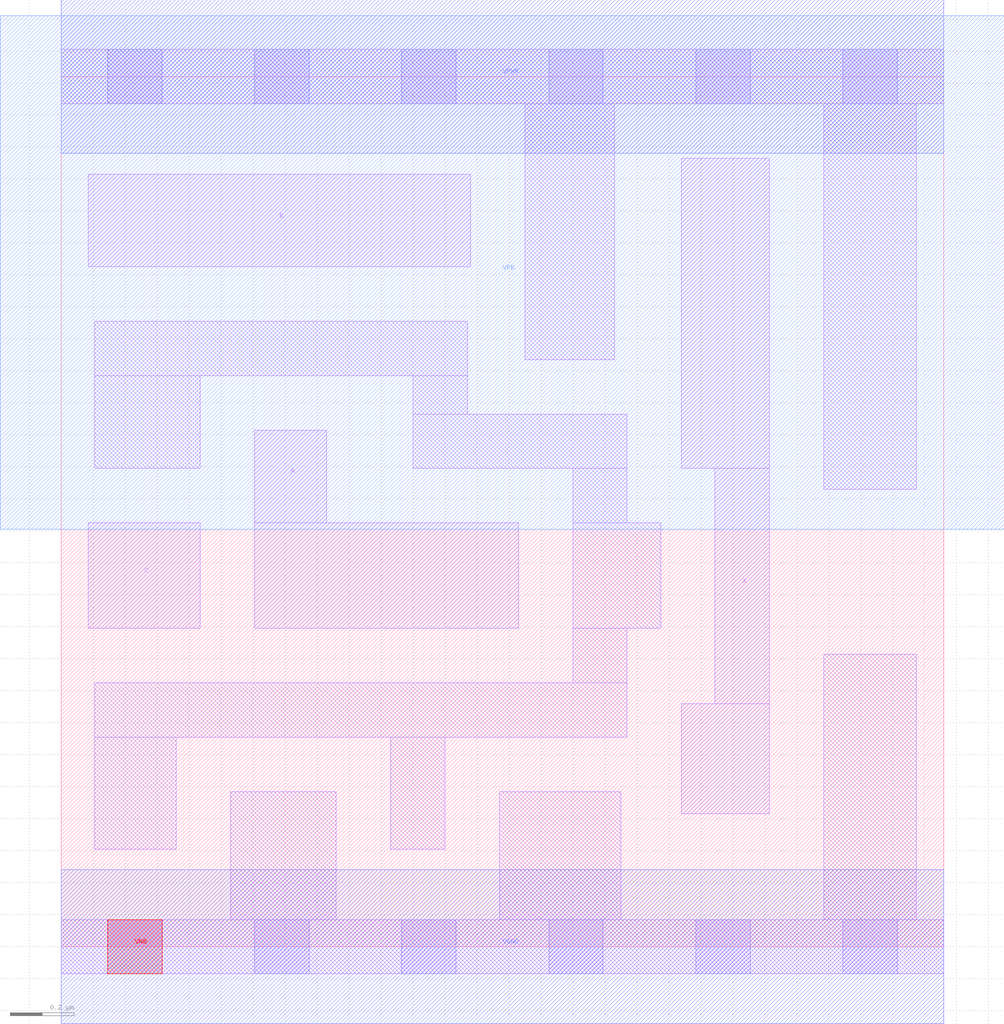
<source format=lef>
# Copyright 2020 The SkyWater PDK Authors
#
# Licensed under the Apache License, Version 2.0 (the "License");
# you may not use this file except in compliance with the License.
# You may obtain a copy of the License at
#
#     https://www.apache.org/licenses/LICENSE-2.0
#
# Unless required by applicable law or agreed to in writing, software
# distributed under the License is distributed on an "AS IS" BASIS,
# WITHOUT WARRANTIES OR CONDITIONS OF ANY KIND, either express or implied.
# See the License for the specific language governing permissions and
# limitations under the License.
#
# SPDX-License-Identifier: Apache-2.0

VERSION 5.7 ;
  NOWIREEXTENSIONATPIN ON ;
  DIVIDERCHAR "/" ;
  BUSBITCHARS "[]" ;
MACRO sky130_fd_sc_hd__or3_2
  CLASS CORE ;
  FOREIGN sky130_fd_sc_hd__or3_2 ;
  ORIGIN  0.000000  0.000000 ;
  SIZE  2.760000 BY  2.720000 ;
  SYMMETRY X Y R90 ;
  SITE unithd ;
  PIN A
    ANTENNAGATEAREA  0.126000 ;
    DIRECTION INPUT ;
    USE SIGNAL ;
    PORT
      LAYER li1 ;
        RECT 0.605000 0.995000 1.430000 1.325000 ;
        RECT 0.605000 1.325000 0.830000 1.615000 ;
    END
  END A
  PIN B
    ANTENNAGATEAREA  0.126000 ;
    DIRECTION INPUT ;
    USE SIGNAL ;
    PORT
      LAYER li1 ;
        RECT 0.085000 2.125000 1.280000 2.415000 ;
    END
  END B
  PIN C
    ANTENNAGATEAREA  0.126000 ;
    DIRECTION INPUT ;
    USE SIGNAL ;
    PORT
      LAYER li1 ;
        RECT 0.085000 0.995000 0.435000 1.325000 ;
    END
  END C
  PIN VNB
    PORT
      LAYER pwell ;
        RECT 0.145000 -0.085000 0.315000 0.085000 ;
    END
  END VNB
  PIN VPB
    PORT
      LAYER nwell ;
        RECT -0.190000 1.305000 2.950000 2.910000 ;
    END
  END VPB
  PIN X
    ANTENNADIFFAREA  0.445500 ;
    DIRECTION OUTPUT ;
    USE SIGNAL ;
    PORT
      LAYER li1 ;
        RECT 1.940000 0.415000 2.215000 0.760000 ;
        RECT 1.940000 1.495000 2.215000 2.465000 ;
        RECT 2.045000 0.760000 2.215000 1.495000 ;
    END
  END X
  PIN VGND
    DIRECTION INOUT ;
    SHAPE ABUTMENT ;
    USE GROUND ;
    PORT
      LAYER met1 ;
        RECT 0.000000 -0.240000 2.760000 0.240000 ;
    END
  END VGND
  PIN VPWR
    DIRECTION INOUT ;
    SHAPE ABUTMENT ;
    USE POWER ;
    PORT
      LAYER met1 ;
        RECT 0.000000 2.480000 2.760000 2.960000 ;
    END
  END VPWR
  OBS
    LAYER li1 ;
      RECT 0.000000 -0.085000 2.760000 0.085000 ;
      RECT 0.000000  2.635000 2.760000 2.805000 ;
      RECT 0.105000  0.305000 0.360000 0.655000 ;
      RECT 0.105000  0.655000 1.770000 0.825000 ;
      RECT 0.105000  1.495000 0.435000 1.785000 ;
      RECT 0.105000  1.785000 1.270000 1.955000 ;
      RECT 0.530000  0.085000 0.860000 0.485000 ;
      RECT 1.030000  0.305000 1.200000 0.655000 ;
      RECT 1.100000  1.495000 1.770000 1.665000 ;
      RECT 1.100000  1.665000 1.270000 1.785000 ;
      RECT 1.370000  0.085000 1.750000 0.485000 ;
      RECT 1.450000  1.835000 1.730000 2.635000 ;
      RECT 1.600000  0.825000 1.770000 0.995000 ;
      RECT 1.600000  0.995000 1.875000 1.325000 ;
      RECT 1.600000  1.325000 1.770000 1.495000 ;
      RECT 2.385000  0.085000 2.675000 0.915000 ;
      RECT 2.385000  1.430000 2.675000 2.635000 ;
    LAYER mcon ;
      RECT 0.145000 -0.085000 0.315000 0.085000 ;
      RECT 0.145000  2.635000 0.315000 2.805000 ;
      RECT 0.605000 -0.085000 0.775000 0.085000 ;
      RECT 0.605000  2.635000 0.775000 2.805000 ;
      RECT 1.065000 -0.085000 1.235000 0.085000 ;
      RECT 1.065000  2.635000 1.235000 2.805000 ;
      RECT 1.525000 -0.085000 1.695000 0.085000 ;
      RECT 1.525000  2.635000 1.695000 2.805000 ;
      RECT 1.985000 -0.085000 2.155000 0.085000 ;
      RECT 1.985000  2.635000 2.155000 2.805000 ;
      RECT 2.445000 -0.085000 2.615000 0.085000 ;
      RECT 2.445000  2.635000 2.615000 2.805000 ;
  END
END sky130_fd_sc_hd__or3_2
END LIBRARY

</source>
